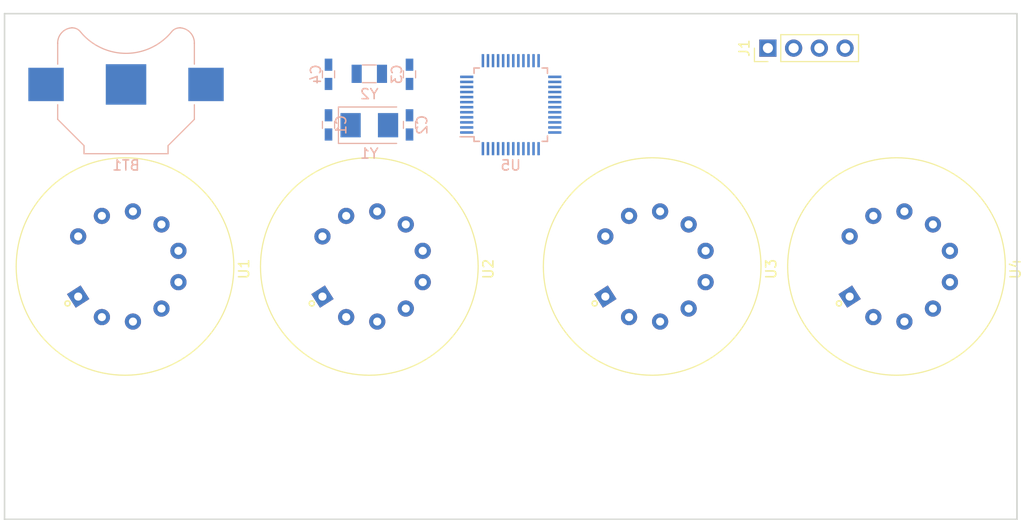
<source format=kicad_pcb>
(kicad_pcb (version 20170922) (host pcbnew "(2017-11-09 revision 87d06e526)-makepkg")

  (general
    (thickness 1.6)
    (drawings 4)
    (tracks 0)
    (zones 0)
    (modules 13)
    (nets 40)
  )

  (page A4)
  (layers
    (0 F.Cu signal)
    (31 B.Cu signal)
    (32 B.Adhes user)
    (33 F.Adhes user)
    (34 B.Paste user)
    (35 F.Paste user)
    (36 B.SilkS user)
    (37 F.SilkS user)
    (38 B.Mask user)
    (39 F.Mask user)
    (40 Dwgs.User user)
    (41 Cmts.User user)
    (42 Eco1.User user)
    (43 Eco2.User user)
    (44 Edge.Cuts user)
    (45 Margin user)
    (46 B.CrtYd user)
    (47 F.CrtYd user)
    (48 B.Fab user)
    (49 F.Fab user)
  )

  (setup
    (last_trace_width 0.152)
    (trace_clearance 0.152)
    (zone_clearance 0.254)
    (zone_45_only no)
    (trace_min 0.152)
    (segment_width 0.2)
    (edge_width 0.15)
    (via_size 0.6)
    (via_drill 0.3)
    (via_min_size 0.3)
    (via_min_drill 0.3)
    (uvia_size 0.3)
    (uvia_drill 0.1)
    (uvias_allowed no)
    (uvia_min_size 0.2)
    (uvia_min_drill 0.1)
    (pcb_text_width 0.3)
    (pcb_text_size 1.5 1.5)
    (mod_edge_width 0.15)
    (mod_text_size 1 1)
    (mod_text_width 0.15)
    (pad_size 1.524 1.524)
    (pad_drill 0.762)
    (pad_to_mask_clearance 0.2)
    (aux_axis_origin 0 0)
    (grid_origin 5 5)
    (visible_elements 7FFFFFFF)
    (pcbplotparams
      (layerselection 0x010fc_ffffffff)
      (usegerberextensions false)
      (usegerberattributes true)
      (usegerberadvancedattributes true)
      (creategerberjobfile true)
      (excludeedgelayer true)
      (linewidth 0.100000)
      (plotframeref false)
      (viasonmask false)
      (mode 1)
      (useauxorigin false)
      (hpglpennumber 1)
      (hpglpenspeed 20)
      (hpglpendiameter 15)
      (psnegative false)
      (psa4output false)
      (plotreference true)
      (plotvalue true)
      (plotinvisibletext false)
      (padsonsilk false)
      (subtractmaskfromsilk false)
      (outputformat 1)
      (mirror false)
      (drillshape 1)
      (scaleselection 1)
      (outputdirectory ""))
  )

  (net 0 "")
  (net 1 "Net-(U1-Pad1)")
  (net 2 GND)
  (net 3 +1V5)
  (net 4 "Net-(U1-Pad5)")
  (net 5 "Net-(U1-Pad6)")
  (net 6 "Net-(U1-Pad7)")
  (net 7 "Net-(U1-Pad8)")
  (net 8 "Net-(U1-Pad9)")
  (net 9 "Net-(U1-Pad10)")
  (net 10 "Net-(U2-Pad10)")
  (net 11 "Net-(U2-Pad9)")
  (net 12 "Net-(U2-Pad8)")
  (net 13 "Net-(U2-Pad7)")
  (net 14 "Net-(U2-Pad6)")
  (net 15 "Net-(U2-Pad5)")
  (net 16 "Net-(U2-Pad1)")
  (net 17 "Net-(U3-Pad1)")
  (net 18 "Net-(U3-Pad5)")
  (net 19 "Net-(U3-Pad6)")
  (net 20 "Net-(U3-Pad7)")
  (net 21 "Net-(U3-Pad8)")
  (net 22 "Net-(U3-Pad9)")
  (net 23 "Net-(U3-Pad10)")
  (net 24 "Net-(U4-Pad10)")
  (net 25 "Net-(U4-Pad9)")
  (net 26 "Net-(U4-Pad8)")
  (net 27 "Net-(U4-Pad7)")
  (net 28 "Net-(U4-Pad6)")
  (net 29 "Net-(U4-Pad5)")
  (net 30 "Net-(U4-Pad1)")
  (net 31 "Net-(C1-Pad1)")
  (net 32 "Net-(C2-Pad1)")
  (net 33 "Net-(C3-Pad1)")
  (net 34 "Net-(C4-Pad1)")
  (net 35 "Net-(J1-Pad3)")
  (net 36 "Net-(J1-Pad2)")
  (net 37 +3V3)
  (net 38 +24V)
  (net 39 VBAT)

  (net_class Default "This is the default net class."
    (clearance 0.152)
    (trace_width 0.152)
    (via_dia 0.6)
    (via_drill 0.3)
    (uvia_dia 0.3)
    (uvia_drill 0.1)
    (add_net +1V5)
    (add_net +24V)
    (add_net +3V3)
    (add_net GND)
    (add_net "Net-(C1-Pad1)")
    (add_net "Net-(C2-Pad1)")
    (add_net "Net-(C3-Pad1)")
    (add_net "Net-(C4-Pad1)")
    (add_net "Net-(J1-Pad2)")
    (add_net "Net-(J1-Pad3)")
    (add_net "Net-(U1-Pad1)")
    (add_net "Net-(U1-Pad10)")
    (add_net "Net-(U1-Pad5)")
    (add_net "Net-(U1-Pad6)")
    (add_net "Net-(U1-Pad7)")
    (add_net "Net-(U1-Pad8)")
    (add_net "Net-(U1-Pad9)")
    (add_net "Net-(U2-Pad1)")
    (add_net "Net-(U2-Pad10)")
    (add_net "Net-(U2-Pad5)")
    (add_net "Net-(U2-Pad6)")
    (add_net "Net-(U2-Pad7)")
    (add_net "Net-(U2-Pad8)")
    (add_net "Net-(U2-Pad9)")
    (add_net "Net-(U3-Pad1)")
    (add_net "Net-(U3-Pad10)")
    (add_net "Net-(U3-Pad5)")
    (add_net "Net-(U3-Pad6)")
    (add_net "Net-(U3-Pad7)")
    (add_net "Net-(U3-Pad8)")
    (add_net "Net-(U3-Pad9)")
    (add_net "Net-(U4-Pad1)")
    (add_net "Net-(U4-Pad10)")
    (add_net "Net-(U4-Pad5)")
    (add_net "Net-(U4-Pad6)")
    (add_net "Net-(U4-Pad7)")
    (add_net "Net-(U4-Pad8)")
    (add_net "Net-(U4-Pad9)")
    (add_net VBAT)
  )

  (module tubes:iv12 (layer F.Cu) (tedit 5A8F69BC) (tstamp 5A930841)
    (at 88.9 127 90)
    (path /5A91DFFF)
    (fp_text reference U1 (at -0.25 11.75 90) (layer F.SilkS)
      (effects (font (size 1 1) (thickness 0.15)))
    )
    (fp_text value iv12 (at 0 -11.5 90) (layer F.Fab)
      (effects (font (size 1 1) (thickness 0.15)))
    )
    (fp_circle (center 0 0) (end 10.75 0) (layer F.SilkS) (width 0.12))
    (fp_circle (center -3.649326 -5.678461) (end -3.514165 -5.468148) (layer F.SilkS) (width 0.15))
    (fp_circle (center 0 0) (end 11 0) (layer B.CrtYd) (width 0.05))
    (pad 1 thru_hole rect (at -2.973524 -4.626894 122.7) (size 1.6 1.6) (drill 0.8) (layers *.Cu *.Mask)
      (net 1 "Net-(U1-Pad1)"))
    (pad 2 thru_hole circle (at -5.002975 -2.284782 155.4) (size 1.6 1.6) (drill 0.8) (layers *.Cu *.Mask)
      (net 2 GND))
    (pad 3 thru_hole circle (at -5.444017 0.782731 188.2) (size 1.6 1.6) (drill 0.8) (layers *.Cu *.Mask)
      (net 3 +1V5))
    (pad 4 thru_hole circle (at -4.156622 3.601733 220.9) (size 1.6 1.6) (drill 0.8) (layers *.Cu *.Mask)
      (net 38 +24V))
    (pad 5 thru_hole circle (at -1.549529 5.277211 253.6) (size 1.6 1.6) (drill 0.8) (layers *.Cu *.Mask)
      (net 4 "Net-(U1-Pad5)"))
    (pad 6 thru_hole circle (at 1.549529 5.277211 286.3) (size 1.6 1.6) (drill 0.8) (layers *.Cu *.Mask)
      (net 5 "Net-(U1-Pad6)"))
    (pad 7 thru_hole circle (at 4.156622 3.601734 319.1) (size 1.6 1.6) (drill 0.8) (layers *.Cu *.Mask)
      (net 6 "Net-(U1-Pad7)"))
    (pad 8 thru_hole circle (at 5.444017 0.782732 351.8) (size 1.6 1.6) (drill 0.8) (layers *.Cu *.Mask)
      (net 7 "Net-(U1-Pad8)"))
    (pad 9 thru_hole circle (at 5.002975 -2.284782 24.5) (size 1.6 1.6) (drill 0.8) (layers *.Cu *.Mask)
      (net 8 "Net-(U1-Pad9)"))
    (pad 10 thru_hole circle (at 2.973524 -4.626894 57.2) (size 1.6 1.6) (drill 0.8) (layers *.Cu *.Mask)
      (net 9 "Net-(U1-Pad10)"))
  )

  (module tubes:iv12 (layer F.Cu) (tedit 5A8F69BC) (tstamp 5A930852)
    (at 113.03 127 90)
    (path /5A91E02B)
    (fp_text reference U2 (at -0.25 11.75 90) (layer F.SilkS)
      (effects (font (size 1 1) (thickness 0.15)))
    )
    (fp_text value iv12 (at 0 -11.5 90) (layer F.Fab)
      (effects (font (size 1 1) (thickness 0.15)))
    )
    (fp_circle (center 0 0) (end 11 0) (layer B.CrtYd) (width 0.05))
    (fp_circle (center -3.649326 -5.678461) (end -3.514165 -5.468148) (layer F.SilkS) (width 0.15))
    (fp_circle (center 0 0) (end 10.75 0) (layer F.SilkS) (width 0.12))
    (pad 10 thru_hole circle (at 2.973524 -4.626894 57.2) (size 1.6 1.6) (drill 0.8) (layers *.Cu *.Mask)
      (net 10 "Net-(U2-Pad10)"))
    (pad 9 thru_hole circle (at 5.002975 -2.284782 24.5) (size 1.6 1.6) (drill 0.8) (layers *.Cu *.Mask)
      (net 11 "Net-(U2-Pad9)"))
    (pad 8 thru_hole circle (at 5.444017 0.782732 351.8) (size 1.6 1.6) (drill 0.8) (layers *.Cu *.Mask)
      (net 12 "Net-(U2-Pad8)"))
    (pad 7 thru_hole circle (at 4.156622 3.601734 319.1) (size 1.6 1.6) (drill 0.8) (layers *.Cu *.Mask)
      (net 13 "Net-(U2-Pad7)"))
    (pad 6 thru_hole circle (at 1.549529 5.277211 286.3) (size 1.6 1.6) (drill 0.8) (layers *.Cu *.Mask)
      (net 14 "Net-(U2-Pad6)"))
    (pad 5 thru_hole circle (at -1.549529 5.277211 253.6) (size 1.6 1.6) (drill 0.8) (layers *.Cu *.Mask)
      (net 15 "Net-(U2-Pad5)"))
    (pad 4 thru_hole circle (at -4.156622 3.601733 220.9) (size 1.6 1.6) (drill 0.8) (layers *.Cu *.Mask)
      (net 38 +24V))
    (pad 3 thru_hole circle (at -5.444017 0.782731 188.2) (size 1.6 1.6) (drill 0.8) (layers *.Cu *.Mask)
      (net 3 +1V5))
    (pad 2 thru_hole circle (at -5.002975 -2.284782 155.4) (size 1.6 1.6) (drill 0.8) (layers *.Cu *.Mask)
      (net 2 GND))
    (pad 1 thru_hole rect (at -2.973524 -4.626894 122.7) (size 1.6 1.6) (drill 0.8) (layers *.Cu *.Mask)
      (net 16 "Net-(U2-Pad1)"))
  )

  (module tubes:iv12 (layer F.Cu) (tedit 5A8F69BC) (tstamp 5A930863)
    (at 140.97 127 90)
    (path /5A91E085)
    (fp_text reference U3 (at -0.25 11.75 90) (layer F.SilkS)
      (effects (font (size 1 1) (thickness 0.15)))
    )
    (fp_text value iv12 (at 0 -11.5 90) (layer F.Fab)
      (effects (font (size 1 1) (thickness 0.15)))
    )
    (fp_circle (center 0 0) (end 10.75 0) (layer F.SilkS) (width 0.12))
    (fp_circle (center -3.649326 -5.678461) (end -3.514165 -5.468148) (layer F.SilkS) (width 0.15))
    (fp_circle (center 0 0) (end 11 0) (layer B.CrtYd) (width 0.05))
    (pad 1 thru_hole rect (at -2.973524 -4.626894 122.7) (size 1.6 1.6) (drill 0.8) (layers *.Cu *.Mask)
      (net 17 "Net-(U3-Pad1)"))
    (pad 2 thru_hole circle (at -5.002975 -2.284782 155.4) (size 1.6 1.6) (drill 0.8) (layers *.Cu *.Mask)
      (net 2 GND))
    (pad 3 thru_hole circle (at -5.444017 0.782731 188.2) (size 1.6 1.6) (drill 0.8) (layers *.Cu *.Mask)
      (net 3 +1V5))
    (pad 4 thru_hole circle (at -4.156622 3.601733 220.9) (size 1.6 1.6) (drill 0.8) (layers *.Cu *.Mask)
      (net 38 +24V))
    (pad 5 thru_hole circle (at -1.549529 5.277211 253.6) (size 1.6 1.6) (drill 0.8) (layers *.Cu *.Mask)
      (net 18 "Net-(U3-Pad5)"))
    (pad 6 thru_hole circle (at 1.549529 5.277211 286.3) (size 1.6 1.6) (drill 0.8) (layers *.Cu *.Mask)
      (net 19 "Net-(U3-Pad6)"))
    (pad 7 thru_hole circle (at 4.156622 3.601734 319.1) (size 1.6 1.6) (drill 0.8) (layers *.Cu *.Mask)
      (net 20 "Net-(U3-Pad7)"))
    (pad 8 thru_hole circle (at 5.444017 0.782732 351.8) (size 1.6 1.6) (drill 0.8) (layers *.Cu *.Mask)
      (net 21 "Net-(U3-Pad8)"))
    (pad 9 thru_hole circle (at 5.002975 -2.284782 24.5) (size 1.6 1.6) (drill 0.8) (layers *.Cu *.Mask)
      (net 22 "Net-(U3-Pad9)"))
    (pad 10 thru_hole circle (at 2.973524 -4.626894 57.2) (size 1.6 1.6) (drill 0.8) (layers *.Cu *.Mask)
      (net 23 "Net-(U3-Pad10)"))
  )

  (module tubes:iv12 (layer F.Cu) (tedit 5A8F69BC) (tstamp 5A930874)
    (at 165.1 127 90)
    (path /5A91E101)
    (fp_text reference U4 (at -0.25 11.75 90) (layer F.SilkS)
      (effects (font (size 1 1) (thickness 0.15)))
    )
    (fp_text value iv12 (at 0 -11.5 90) (layer F.Fab)
      (effects (font (size 1 1) (thickness 0.15)))
    )
    (fp_circle (center 0 0) (end 11 0) (layer B.CrtYd) (width 0.05))
    (fp_circle (center -3.649326 -5.678461) (end -3.514165 -5.468148) (layer F.SilkS) (width 0.15))
    (fp_circle (center 0 0) (end 10.75 0) (layer F.SilkS) (width 0.12))
    (pad 10 thru_hole circle (at 2.973524 -4.626894 57.2) (size 1.6 1.6) (drill 0.8) (layers *.Cu *.Mask)
      (net 24 "Net-(U4-Pad10)"))
    (pad 9 thru_hole circle (at 5.002975 -2.284782 24.5) (size 1.6 1.6) (drill 0.8) (layers *.Cu *.Mask)
      (net 25 "Net-(U4-Pad9)"))
    (pad 8 thru_hole circle (at 5.444017 0.782732 351.8) (size 1.6 1.6) (drill 0.8) (layers *.Cu *.Mask)
      (net 26 "Net-(U4-Pad8)"))
    (pad 7 thru_hole circle (at 4.156622 3.601734 319.1) (size 1.6 1.6) (drill 0.8) (layers *.Cu *.Mask)
      (net 27 "Net-(U4-Pad7)"))
    (pad 6 thru_hole circle (at 1.549529 5.277211 286.3) (size 1.6 1.6) (drill 0.8) (layers *.Cu *.Mask)
      (net 28 "Net-(U4-Pad6)"))
    (pad 5 thru_hole circle (at -1.549529 5.277211 253.6) (size 1.6 1.6) (drill 0.8) (layers *.Cu *.Mask)
      (net 29 "Net-(U4-Pad5)"))
    (pad 4 thru_hole circle (at -4.156622 3.601733 220.9) (size 1.6 1.6) (drill 0.8) (layers *.Cu *.Mask)
      (net 38 +24V))
    (pad 3 thru_hole circle (at -5.444017 0.782731 188.2) (size 1.6 1.6) (drill 0.8) (layers *.Cu *.Mask)
      (net 3 +1V5))
    (pad 2 thru_hole circle (at -5.002975 -2.284782 155.4) (size 1.6 1.6) (drill 0.8) (layers *.Cu *.Mask)
      (net 2 GND))
    (pad 1 thru_hole rect (at -2.973524 -4.626894 122.7) (size 1.6 1.6) (drill 0.8) (layers *.Cu *.Mask)
      (net 30 "Net-(U4-Pad1)"))
  )

  (module Capacitors_SMD:C_0603_HandSoldering (layer B.Cu) (tedit 58AA848B) (tstamp 5A9383F7)
    (at 109 113 90)
    (descr "Capacitor SMD 0603, hand soldering")
    (tags "capacitor 0603")
    (path /5A92041E)
    (attr smd)
    (fp_text reference C1 (at 0 1.25 90) (layer B.SilkS)
      (effects (font (size 1 1) (thickness 0.15)) (justify mirror))
    )
    (fp_text value 20p (at 0 -1.5 90) (layer B.Fab)
      (effects (font (size 1 1) (thickness 0.15)) (justify mirror))
    )
    (fp_text user %R (at 0 1.25 90) (layer B.Fab)
      (effects (font (size 1 1) (thickness 0.15)) (justify mirror))
    )
    (fp_line (start -0.8 -0.4) (end -0.8 0.4) (layer B.Fab) (width 0.1))
    (fp_line (start 0.8 -0.4) (end -0.8 -0.4) (layer B.Fab) (width 0.1))
    (fp_line (start 0.8 0.4) (end 0.8 -0.4) (layer B.Fab) (width 0.1))
    (fp_line (start -0.8 0.4) (end 0.8 0.4) (layer B.Fab) (width 0.1))
    (fp_line (start -0.35 0.6) (end 0.35 0.6) (layer B.SilkS) (width 0.12))
    (fp_line (start 0.35 -0.6) (end -0.35 -0.6) (layer B.SilkS) (width 0.12))
    (fp_line (start -1.8 0.65) (end 1.8 0.65) (layer B.CrtYd) (width 0.05))
    (fp_line (start -1.8 0.65) (end -1.8 -0.65) (layer B.CrtYd) (width 0.05))
    (fp_line (start 1.8 -0.65) (end 1.8 0.65) (layer B.CrtYd) (width 0.05))
    (fp_line (start 1.8 -0.65) (end -1.8 -0.65) (layer B.CrtYd) (width 0.05))
    (pad 1 smd rect (at -0.95 0 90) (size 1.2 0.75) (layers B.Cu B.Paste B.Mask)
      (net 31 "Net-(C1-Pad1)"))
    (pad 2 smd rect (at 0.95 0 90) (size 1.2 0.75) (layers B.Cu B.Paste B.Mask)
      (net 2 GND))
    (model Capacitors_SMD.3dshapes/C_0603.wrl
      (at (xyz 0 0 0))
      (scale (xyz 1 1 1))
      (rotate (xyz 0 0 0))
    )
  )

  (module Capacitors_SMD:C_0603_HandSoldering (layer B.Cu) (tedit 58AA848B) (tstamp 5A938408)
    (at 117 113 90)
    (descr "Capacitor SMD 0603, hand soldering")
    (tags "capacitor 0603")
    (path /5A920032)
    (attr smd)
    (fp_text reference C2 (at 0 1.25 90) (layer B.SilkS)
      (effects (font (size 1 1) (thickness 0.15)) (justify mirror))
    )
    (fp_text value 20p (at 0 -1.5 90) (layer B.Fab)
      (effects (font (size 1 1) (thickness 0.15)) (justify mirror))
    )
    (fp_line (start 1.8 -0.65) (end -1.8 -0.65) (layer B.CrtYd) (width 0.05))
    (fp_line (start 1.8 -0.65) (end 1.8 0.65) (layer B.CrtYd) (width 0.05))
    (fp_line (start -1.8 0.65) (end -1.8 -0.65) (layer B.CrtYd) (width 0.05))
    (fp_line (start -1.8 0.65) (end 1.8 0.65) (layer B.CrtYd) (width 0.05))
    (fp_line (start 0.35 -0.6) (end -0.35 -0.6) (layer B.SilkS) (width 0.12))
    (fp_line (start -0.35 0.6) (end 0.35 0.6) (layer B.SilkS) (width 0.12))
    (fp_line (start -0.8 0.4) (end 0.8 0.4) (layer B.Fab) (width 0.1))
    (fp_line (start 0.8 0.4) (end 0.8 -0.4) (layer B.Fab) (width 0.1))
    (fp_line (start 0.8 -0.4) (end -0.8 -0.4) (layer B.Fab) (width 0.1))
    (fp_line (start -0.8 -0.4) (end -0.8 0.4) (layer B.Fab) (width 0.1))
    (fp_text user %R (at 0 1.25 90) (layer B.Fab)
      (effects (font (size 1 1) (thickness 0.15)) (justify mirror))
    )
    (pad 2 smd rect (at 0.95 0 90) (size 1.2 0.75) (layers B.Cu B.Paste B.Mask)
      (net 2 GND))
    (pad 1 smd rect (at -0.95 0 90) (size 1.2 0.75) (layers B.Cu B.Paste B.Mask)
      (net 32 "Net-(C2-Pad1)"))
    (model Capacitors_SMD.3dshapes/C_0603.wrl
      (at (xyz 0 0 0))
      (scale (xyz 1 1 1))
      (rotate (xyz 0 0 0))
    )
  )

  (module Capacitors_SMD:C_0603_HandSoldering (layer B.Cu) (tedit 58AA848B) (tstamp 5A938419)
    (at 117 108 270)
    (descr "Capacitor SMD 0603, hand soldering")
    (tags "capacitor 0603")
    (path /5A91F7CD)
    (attr smd)
    (fp_text reference C3 (at 0 1.25 270) (layer B.SilkS)
      (effects (font (size 1 1) (thickness 0.15)) (justify mirror))
    )
    (fp_text value 20p (at 0 -1.5 270) (layer B.Fab)
      (effects (font (size 1 1) (thickness 0.15)) (justify mirror))
    )
    (fp_line (start 1.8 -0.65) (end -1.8 -0.65) (layer B.CrtYd) (width 0.05))
    (fp_line (start 1.8 -0.65) (end 1.8 0.65) (layer B.CrtYd) (width 0.05))
    (fp_line (start -1.8 0.65) (end -1.8 -0.65) (layer B.CrtYd) (width 0.05))
    (fp_line (start -1.8 0.65) (end 1.8 0.65) (layer B.CrtYd) (width 0.05))
    (fp_line (start 0.35 -0.6) (end -0.35 -0.6) (layer B.SilkS) (width 0.12))
    (fp_line (start -0.35 0.6) (end 0.35 0.6) (layer B.SilkS) (width 0.12))
    (fp_line (start -0.8 0.4) (end 0.8 0.4) (layer B.Fab) (width 0.1))
    (fp_line (start 0.8 0.4) (end 0.8 -0.4) (layer B.Fab) (width 0.1))
    (fp_line (start 0.8 -0.4) (end -0.8 -0.4) (layer B.Fab) (width 0.1))
    (fp_line (start -0.8 -0.4) (end -0.8 0.4) (layer B.Fab) (width 0.1))
    (fp_text user %R (at 0 1.25 270) (layer B.Fab)
      (effects (font (size 1 1) (thickness 0.15)) (justify mirror))
    )
    (pad 2 smd rect (at 0.95 0 270) (size 1.2 0.75) (layers B.Cu B.Paste B.Mask)
      (net 2 GND))
    (pad 1 smd rect (at -0.95 0 270) (size 1.2 0.75) (layers B.Cu B.Paste B.Mask)
      (net 33 "Net-(C3-Pad1)"))
    (model Capacitors_SMD.3dshapes/C_0603.wrl
      (at (xyz 0 0 0))
      (scale (xyz 1 1 1))
      (rotate (xyz 0 0 0))
    )
  )

  (module Capacitors_SMD:C_0603_HandSoldering (layer B.Cu) (tedit 58AA848B) (tstamp 5A93842A)
    (at 109 108 270)
    (descr "Capacitor SMD 0603, hand soldering")
    (tags "capacitor 0603")
    (path /5A91F813)
    (attr smd)
    (fp_text reference C4 (at 0 1.25 270) (layer B.SilkS)
      (effects (font (size 1 1) (thickness 0.15)) (justify mirror))
    )
    (fp_text value 20p (at 0 -1.5 270) (layer B.Fab)
      (effects (font (size 1 1) (thickness 0.15)) (justify mirror))
    )
    (fp_text user %R (at 0 1.25 270) (layer B.Fab)
      (effects (font (size 1 1) (thickness 0.15)) (justify mirror))
    )
    (fp_line (start -0.8 -0.4) (end -0.8 0.4) (layer B.Fab) (width 0.1))
    (fp_line (start 0.8 -0.4) (end -0.8 -0.4) (layer B.Fab) (width 0.1))
    (fp_line (start 0.8 0.4) (end 0.8 -0.4) (layer B.Fab) (width 0.1))
    (fp_line (start -0.8 0.4) (end 0.8 0.4) (layer B.Fab) (width 0.1))
    (fp_line (start -0.35 0.6) (end 0.35 0.6) (layer B.SilkS) (width 0.12))
    (fp_line (start 0.35 -0.6) (end -0.35 -0.6) (layer B.SilkS) (width 0.12))
    (fp_line (start -1.8 0.65) (end 1.8 0.65) (layer B.CrtYd) (width 0.05))
    (fp_line (start -1.8 0.65) (end -1.8 -0.65) (layer B.CrtYd) (width 0.05))
    (fp_line (start 1.8 -0.65) (end 1.8 0.65) (layer B.CrtYd) (width 0.05))
    (fp_line (start 1.8 -0.65) (end -1.8 -0.65) (layer B.CrtYd) (width 0.05))
    (pad 1 smd rect (at -0.95 0 270) (size 1.2 0.75) (layers B.Cu B.Paste B.Mask)
      (net 34 "Net-(C4-Pad1)"))
    (pad 2 smd rect (at 0.95 0 270) (size 1.2 0.75) (layers B.Cu B.Paste B.Mask)
      (net 2 GND))
    (model Capacitors_SMD.3dshapes/C_0603.wrl
      (at (xyz 0 0 0))
      (scale (xyz 1 1 1))
      (rotate (xyz 0 0 0))
    )
  )

  (module Pin_Headers:Pin_Header_Straight_1x04_Pitch2.54mm (layer F.Cu) (tedit 59650532) (tstamp 5A938442)
    (at 152.4 105.41 90)
    (descr "Through hole straight pin header, 1x04, 2.54mm pitch, single row")
    (tags "Through hole pin header THT 1x04 2.54mm single row")
    (path /5A920C48)
    (fp_text reference J1 (at 0 -2.33 90) (layer F.SilkS)
      (effects (font (size 1 1) (thickness 0.15)))
    )
    (fp_text value SWD (at 0 9.95 90) (layer F.Fab)
      (effects (font (size 1 1) (thickness 0.15)))
    )
    (fp_text user %R (at 0 3.81 180) (layer F.Fab)
      (effects (font (size 1 1) (thickness 0.15)))
    )
    (fp_line (start 1.8 -1.8) (end -1.8 -1.8) (layer F.CrtYd) (width 0.05))
    (fp_line (start 1.8 9.4) (end 1.8 -1.8) (layer F.CrtYd) (width 0.05))
    (fp_line (start -1.8 9.4) (end 1.8 9.4) (layer F.CrtYd) (width 0.05))
    (fp_line (start -1.8 -1.8) (end -1.8 9.4) (layer F.CrtYd) (width 0.05))
    (fp_line (start -1.33 -1.33) (end 0 -1.33) (layer F.SilkS) (width 0.12))
    (fp_line (start -1.33 0) (end -1.33 -1.33) (layer F.SilkS) (width 0.12))
    (fp_line (start -1.33 1.27) (end 1.33 1.27) (layer F.SilkS) (width 0.12))
    (fp_line (start 1.33 1.27) (end 1.33 8.95) (layer F.SilkS) (width 0.12))
    (fp_line (start -1.33 1.27) (end -1.33 8.95) (layer F.SilkS) (width 0.12))
    (fp_line (start -1.33 8.95) (end 1.33 8.95) (layer F.SilkS) (width 0.12))
    (fp_line (start -1.27 -0.635) (end -0.635 -1.27) (layer F.Fab) (width 0.1))
    (fp_line (start -1.27 8.89) (end -1.27 -0.635) (layer F.Fab) (width 0.1))
    (fp_line (start 1.27 8.89) (end -1.27 8.89) (layer F.Fab) (width 0.1))
    (fp_line (start 1.27 -1.27) (end 1.27 8.89) (layer F.Fab) (width 0.1))
    (fp_line (start -0.635 -1.27) (end 1.27 -1.27) (layer F.Fab) (width 0.1))
    (pad 4 thru_hole oval (at 0 7.62 90) (size 1.7 1.7) (drill 1) (layers *.Cu *.Mask)
      (net 2 GND))
    (pad 3 thru_hole oval (at 0 5.08 90) (size 1.7 1.7) (drill 1) (layers *.Cu *.Mask)
      (net 35 "Net-(J1-Pad3)"))
    (pad 2 thru_hole oval (at 0 2.54 90) (size 1.7 1.7) (drill 1) (layers *.Cu *.Mask)
      (net 36 "Net-(J1-Pad2)"))
    (pad 1 thru_hole rect (at 0 0 90) (size 1.7 1.7) (drill 1) (layers *.Cu *.Mask)
      (net 37 +3V3))
    (model ${KISYS3DMOD}/Pin_Headers.3dshapes/Pin_Header_Straight_1x04_Pitch2.54mm.wrl
      (at (xyz 0 0 0))
      (scale (xyz 1 1 1))
      (rotate (xyz 0 0 0))
    )
  )

  (module Housings_QFP:LQFP-48_7x7mm_Pitch0.5mm (layer B.Cu) (tedit 5A9209A9) (tstamp 5A938489)
    (at 127 111)
    (descr "48 LEAD LQFP 7x7mm (see MICREL LQFP7x7-48LD-PL-1.pdf)")
    (tags "QFP 0.5")
    (path /5A91EBC2)
    (attr smd)
    (fp_text reference U5 (at 0 6) (layer B.SilkS)
      (effects (font (size 1 1) (thickness 0.15)) (justify mirror))
    )
    (fp_text value STM32F103C8Tx (at 0 -6) (layer B.Fab)
      (effects (font (size 1 1) (thickness 0.15)) (justify mirror))
    )
    (fp_line (start -3.625 3.175) (end -5 3.175) (layer B.SilkS) (width 0.15))
    (fp_line (start 3.625 3.625) (end 3.1 3.625) (layer B.SilkS) (width 0.15))
    (fp_line (start 3.625 -3.625) (end 3.1 -3.625) (layer B.SilkS) (width 0.15))
    (fp_line (start -3.625 -3.625) (end -3.1 -3.625) (layer B.SilkS) (width 0.15))
    (fp_line (start -3.625 3.625) (end -3.1 3.625) (layer B.SilkS) (width 0.15))
    (fp_line (start -3.625 -3.625) (end -3.625 -3.1) (layer B.SilkS) (width 0.15))
    (fp_line (start 3.625 -3.625) (end 3.625 -3.1) (layer B.SilkS) (width 0.15))
    (fp_line (start 3.625 3.625) (end 3.625 3.1) (layer B.SilkS) (width 0.15))
    (fp_line (start -3.625 3.625) (end -3.625 3.175) (layer B.SilkS) (width 0.15))
    (fp_line (start -5.25 -5.25) (end 5.25 -5.25) (layer B.CrtYd) (width 0.05))
    (fp_line (start -5.25 5.25) (end 5.25 5.25) (layer B.CrtYd) (width 0.05))
    (fp_line (start 5.25 5.25) (end 5.25 -5.25) (layer B.CrtYd) (width 0.05))
    (fp_line (start -5.25 5.25) (end -5.25 -5.25) (layer B.CrtYd) (width 0.05))
    (fp_line (start -3.5 2.5) (end -2.5 3.5) (layer B.Fab) (width 0.15))
    (fp_line (start -3.5 -3.5) (end -3.5 2.5) (layer B.Fab) (width 0.15))
    (fp_line (start 3.5 -3.5) (end -3.5 -3.5) (layer B.Fab) (width 0.15))
    (fp_line (start 3.5 3.5) (end 3.5 -3.5) (layer B.Fab) (width 0.15))
    (fp_line (start -2.5 3.5) (end 3.5 3.5) (layer B.Fab) (width 0.15))
    (fp_text user %R (at 0 0) (layer B.Fab)
      (effects (font (size 1 1) (thickness 0.15)) (justify mirror))
    )
    (pad 48 smd rect (at -2.75 4.35 270) (size 1.3 0.25) (layers B.Cu B.Paste B.Mask)
      (net 37 +3V3))
    (pad 47 smd rect (at -2.25 4.35 270) (size 1.3 0.25) (layers B.Cu B.Paste B.Mask)
      (net 2 GND))
    (pad 46 smd rect (at -1.75 4.35 270) (size 1.3 0.25) (layers B.Cu B.Paste B.Mask))
    (pad 45 smd rect (at -1.25 4.35 270) (size 1.3 0.25) (layers B.Cu B.Paste B.Mask))
    (pad 44 smd rect (at -0.75 4.35 270) (size 1.3 0.25) (layers B.Cu B.Paste B.Mask))
    (pad 43 smd rect (at -0.25 4.35 270) (size 1.3 0.25) (layers B.Cu B.Paste B.Mask))
    (pad 42 smd rect (at 0.25 4.35 270) (size 1.3 0.25) (layers B.Cu B.Paste B.Mask))
    (pad 41 smd rect (at 0.75 4.35 270) (size 1.3 0.25) (layers B.Cu B.Paste B.Mask))
    (pad 40 smd rect (at 1.25 4.35 270) (size 1.3 0.25) (layers B.Cu B.Paste B.Mask))
    (pad 39 smd rect (at 1.75 4.35 270) (size 1.3 0.25) (layers B.Cu B.Paste B.Mask))
    (pad 38 smd rect (at 2.25 4.35 270) (size 1.3 0.25) (layers B.Cu B.Paste B.Mask))
    (pad 37 smd rect (at 2.75 4.35 270) (size 1.3 0.25) (layers B.Cu B.Paste B.Mask)
      (net 35 "Net-(J1-Pad3)"))
    (pad 36 smd rect (at 4.35 2.75) (size 1.3 0.25) (layers B.Cu B.Paste B.Mask)
      (net 37 +3V3))
    (pad 35 smd rect (at 4.35 2.25) (size 1.3 0.25) (layers B.Cu B.Paste B.Mask)
      (net 2 GND))
    (pad 34 smd rect (at 4.35 1.75) (size 1.3 0.25) (layers B.Cu B.Paste B.Mask)
      (net 36 "Net-(J1-Pad2)"))
    (pad 33 smd rect (at 4.35 1.25) (size 1.3 0.25) (layers B.Cu B.Paste B.Mask))
    (pad 32 smd rect (at 4.35 0.75) (size 1.3 0.25) (layers B.Cu B.Paste B.Mask))
    (pad 31 smd rect (at 4.35 0.25) (size 1.3 0.25) (layers B.Cu B.Paste B.Mask))
    (pad 30 smd rect (at 4.35 -0.25) (size 1.3 0.25) (layers B.Cu B.Paste B.Mask))
    (pad 29 smd rect (at 4.35 -0.75) (size 1.3 0.25) (layers B.Cu B.Paste B.Mask))
    (pad 28 smd rect (at 4.35 -1.25) (size 1.3 0.25) (layers B.Cu B.Paste B.Mask))
    (pad 27 smd rect (at 4.35 -1.75) (size 1.3 0.25) (layers B.Cu B.Paste B.Mask))
    (pad 26 smd rect (at 4.35 -2.25) (size 1.3 0.25) (layers B.Cu B.Paste B.Mask))
    (pad 25 smd rect (at 4.35 -2.75) (size 1.3 0.25) (layers B.Cu B.Paste B.Mask))
    (pad 24 smd rect (at 2.75 -4.35 270) (size 1.3 0.25) (layers B.Cu B.Paste B.Mask)
      (net 37 +3V3))
    (pad 23 smd rect (at 2.25 -4.35 270) (size 1.3 0.25) (layers B.Cu B.Paste B.Mask)
      (net 2 GND))
    (pad 22 smd rect (at 1.75 -4.35 270) (size 1.3 0.25) (layers B.Cu B.Paste B.Mask))
    (pad 21 smd rect (at 1.25 -4.35 270) (size 1.3 0.25) (layers B.Cu B.Paste B.Mask))
    (pad 20 smd rect (at 0.75 -4.35 270) (size 1.3 0.25) (layers B.Cu B.Paste B.Mask))
    (pad 19 smd rect (at 0.25 -4.35 270) (size 1.3 0.25) (layers B.Cu B.Paste B.Mask))
    (pad 18 smd rect (at -0.25 -4.35 270) (size 1.3 0.25) (layers B.Cu B.Paste B.Mask))
    (pad 17 smd rect (at -0.75 -4.35 270) (size 1.3 0.25) (layers B.Cu B.Paste B.Mask))
    (pad 16 smd rect (at -1.25 -4.35 270) (size 1.3 0.25) (layers B.Cu B.Paste B.Mask))
    (pad 15 smd rect (at -1.75 -4.35 270) (size 1.3 0.25) (layers B.Cu B.Paste B.Mask))
    (pad 14 smd rect (at -2.25 -4.35 270) (size 1.3 0.25) (layers B.Cu B.Paste B.Mask))
    (pad 13 smd rect (at -2.75 -4.35 270) (size 1.3 0.25) (layers B.Cu B.Paste B.Mask))
    (pad 12 smd rect (at -4.35 -2.75) (size 1.3 0.25) (layers B.Cu B.Paste B.Mask))
    (pad 11 smd rect (at -4.35 -2.25) (size 1.3 0.25) (layers B.Cu B.Paste B.Mask))
    (pad 10 smd rect (at -4.35 -1.75) (size 1.3 0.25) (layers B.Cu B.Paste B.Mask))
    (pad 9 smd rect (at -4.35 -1.25) (size 1.3 0.25) (layers B.Cu B.Paste B.Mask)
      (net 37 +3V3))
    (pad 8 smd rect (at -4.35 -0.75) (size 1.3 0.25) (layers B.Cu B.Paste B.Mask)
      (net 2 GND))
    (pad 7 smd rect (at -4.35 -0.25) (size 1.3 0.25) (layers B.Cu B.Paste B.Mask))
    (pad 6 smd rect (at -4.35 0.25) (size 1.3 0.25) (layers B.Cu B.Paste B.Mask)
      (net 32 "Net-(C2-Pad1)"))
    (pad 5 smd rect (at -4.35 0.75) (size 1.3 0.25) (layers B.Cu B.Paste B.Mask)
      (net 31 "Net-(C1-Pad1)"))
    (pad 4 smd rect (at -4.35 1.25) (size 1.3 0.25) (layers B.Cu B.Paste B.Mask)
      (net 34 "Net-(C4-Pad1)"))
    (pad 3 smd rect (at -4.35 1.75) (size 1.3 0.25) (layers B.Cu B.Paste B.Mask)
      (net 33 "Net-(C3-Pad1)"))
    (pad 2 smd rect (at -4.35 2.25) (size 1.3 0.25) (layers B.Cu B.Paste B.Mask))
    (pad 1 smd rect (at -4.35 2.75) (size 1.3 0.25) (layers B.Cu B.Paste B.Mask)
      (net 39 VBAT))
    (model ${KISYS3DMOD}/Housings_QFP.3dshapes/LQFP-48_7x7mm_Pitch0.5mm.wrl
      (at (xyz 0 0 0))
      (scale (xyz 1 1 1))
      (rotate (xyz 0 0 0))
    )
  )

  (module Crystals:Crystal_SMD_3215-2pin_3.2x1.5mm (layer B.Cu) (tedit 58CD2E9C) (tstamp 5A9384B5)
    (at 113.03 107.95)
    (descr "SMD Crystal FC-135 https://support.epson.biz/td/api/doc_check.php?dl=brief_FC-135R_en.pdf")
    (tags "SMD SMT Crystal")
    (path /5A91F67E)
    (attr smd)
    (fp_text reference Y2 (at 0 2) (layer B.SilkS)
      (effects (font (size 1 1) (thickness 0.15)) (justify mirror))
    )
    (fp_text value 32.768khz (at 0 -2) (layer B.Fab)
      (effects (font (size 1 1) (thickness 0.15)) (justify mirror))
    )
    (fp_line (start 2 1.15) (end 2 -1.15) (layer B.CrtYd) (width 0.05))
    (fp_line (start -2 1.15) (end -2 -1.15) (layer B.CrtYd) (width 0.05))
    (fp_line (start -2 -1.15) (end 2 -1.15) (layer B.CrtYd) (width 0.05))
    (fp_line (start -1.6 -0.75) (end 1.6 -0.75) (layer B.Fab) (width 0.1))
    (fp_line (start -1.6 0.75) (end 1.6 0.75) (layer B.Fab) (width 0.1))
    (fp_line (start 1.6 0.75) (end 1.6 -0.75) (layer B.Fab) (width 0.1))
    (fp_line (start -0.675 0.875) (end 0.675 0.875) (layer B.SilkS) (width 0.12))
    (fp_line (start -0.675 -0.875) (end 0.675 -0.875) (layer B.SilkS) (width 0.12))
    (fp_line (start -1.6 0.75) (end -1.6 -0.75) (layer B.Fab) (width 0.1))
    (fp_line (start -2 1.15) (end 2 1.15) (layer B.CrtYd) (width 0.05))
    (fp_text user %R (at 0 2) (layer B.Fab)
      (effects (font (size 1 1) (thickness 0.15)) (justify mirror))
    )
    (pad 2 smd rect (at -1.25 0) (size 1 1.8) (layers B.Cu B.Paste B.Mask)
      (net 34 "Net-(C4-Pad1)"))
    (pad 1 smd rect (at 1.25 0) (size 1 1.8) (layers B.Cu B.Paste B.Mask)
      (net 33 "Net-(C3-Pad1)"))
    (model ${KISYS3DMOD}/Crystals.3dshapes/Crystal_SMD_3215-2pin_3.2x1.5mm.wrl
      (at (xyz 0 0 0))
      (scale (xyz 1 1 1))
      (rotate (xyz 0 0 0))
    )
  )

  (module Crystals:Crystal_SMD_5032-2pin_5.0x3.2mm (layer B.Cu) (tedit 58CD2E9C) (tstamp 5A9437F0)
    (at 113.03 113.03)
    (descr "SMD Crystal SERIES SMD2520/2 http://www.icbase.com/File/PDF/HKC/HKC00061008.pdf, 5.0x3.2mm^2 package")
    (tags "SMD SMT crystal")
    (path /5A91F9CB)
    (attr smd)
    (fp_text reference Y1 (at 0 2.8) (layer B.SilkS)
      (effects (font (size 1 1) (thickness 0.15)) (justify mirror))
    )
    (fp_text value 8Mhz (at 0 -2.8) (layer B.Fab)
      (effects (font (size 1 1) (thickness 0.15)) (justify mirror))
    )
    (fp_circle (center 0 0) (end 0.093333 0) (layer B.Adhes) (width 0.186667))
    (fp_circle (center 0 0) (end 0.213333 0) (layer B.Adhes) (width 0.133333))
    (fp_circle (center 0 0) (end 0.333333 0) (layer B.Adhes) (width 0.133333))
    (fp_circle (center 0 0) (end 0.4 0) (layer B.Adhes) (width 0.1))
    (fp_line (start 3.1 1.9) (end -3.1 1.9) (layer B.CrtYd) (width 0.05))
    (fp_line (start 3.1 -1.9) (end 3.1 1.9) (layer B.CrtYd) (width 0.05))
    (fp_line (start -3.1 -1.9) (end 3.1 -1.9) (layer B.CrtYd) (width 0.05))
    (fp_line (start -3.1 1.9) (end -3.1 -1.9) (layer B.CrtYd) (width 0.05))
    (fp_line (start -3.05 -1.8) (end 2.7 -1.8) (layer B.SilkS) (width 0.12))
    (fp_line (start -3.05 1.8) (end -3.05 -1.8) (layer B.SilkS) (width 0.12))
    (fp_line (start 2.7 1.8) (end -3.05 1.8) (layer B.SilkS) (width 0.12))
    (fp_line (start -2.5 -0.6) (end -1.5 -1.6) (layer B.Fab) (width 0.1))
    (fp_line (start -2.5 1.4) (end -2.3 1.6) (layer B.Fab) (width 0.1))
    (fp_line (start -2.5 -1.4) (end -2.5 1.4) (layer B.Fab) (width 0.1))
    (fp_line (start -2.3 -1.6) (end -2.5 -1.4) (layer B.Fab) (width 0.1))
    (fp_line (start 2.3 -1.6) (end -2.3 -1.6) (layer B.Fab) (width 0.1))
    (fp_line (start 2.5 -1.4) (end 2.3 -1.6) (layer B.Fab) (width 0.1))
    (fp_line (start 2.5 1.4) (end 2.5 -1.4) (layer B.Fab) (width 0.1))
    (fp_line (start 2.3 1.6) (end 2.5 1.4) (layer B.Fab) (width 0.1))
    (fp_line (start -2.3 1.6) (end 2.3 1.6) (layer B.Fab) (width 0.1))
    (fp_text user %R (at 0 0) (layer B.Fab)
      (effects (font (size 1 1) (thickness 0.15)) (justify mirror))
    )
    (pad 2 smd rect (at 1.85 0) (size 2 2.4) (layers B.Cu B.Paste B.Mask)
      (net 32 "Net-(C2-Pad1)"))
    (pad 1 smd rect (at -1.85 0) (size 2 2.4) (layers B.Cu B.Paste B.Mask)
      (net 31 "Net-(C1-Pad1)"))
    (model ${KISYS3DMOD}/Crystals.3dshapes/Crystal_SMD_5032-2pin_5.0x3.2mm.wrl
      (at (xyz 0 0 0))
      (scale (xyz 0.393701 0.393701 0.393701))
      (rotate (xyz 0 0 0))
    )
  )

  (module Battery_Holders:Keystone_3000_1x12mm-CoinCell (layer B.Cu) (tedit 58972371) (tstamp 5A950462)
    (at 89 109)
    (descr http://www.keyelco.com/product-pdf.cfm?p=777)
    (tags "Keystone type 3000 coin cell retainer")
    (path /5A9220F4)
    (attr smd)
    (fp_text reference BT1 (at 0 8) (layer B.SilkS)
      (effects (font (size 1 1) (thickness 0.15)) (justify mirror))
    )
    (fp_text value Battery_Cell (at 0 -7.5) (layer B.Fab)
      (effects (font (size 1 1) (thickness 0.15)) (justify mirror))
    )
    (fp_line (start -4 6.7) (end 4 6.7) (layer B.Fab) (width 0.1))
    (fp_line (start -4 6.7) (end -4 6) (layer B.Fab) (width 0.1))
    (fp_line (start 4 6.7) (end 4 6) (layer B.Fab) (width 0.1))
    (fp_line (start -4 6) (end -6.6 3.4) (layer B.Fab) (width 0.1))
    (fp_line (start 4 6) (end 6.6 3.4) (layer B.Fab) (width 0.1))
    (fp_line (start -6.6 3.4) (end -6.6 -4.1) (layer B.Fab) (width 0.1))
    (fp_line (start 6.6 3.4) (end 6.6 -4.1) (layer B.Fab) (width 0.1))
    (fp_arc (start -5.25 -4.1) (end -5.3 -5.45) (angle -90) (layer B.Fab) (width 0.1))
    (fp_line (start 10.15 -2.15) (end 7.25 -2.15) (layer B.CrtYd) (width 0.05))
    (fp_line (start 10.15 2.15) (end 10.15 -2.15) (layer B.CrtYd) (width 0.05))
    (fp_line (start 7.25 2.15) (end 10.15 2.15) (layer B.CrtYd) (width 0.05))
    (fp_line (start -10.15 -2.15) (end -7.25 -2.15) (layer B.CrtYd) (width 0.05))
    (fp_line (start -10.15 2.15) (end -10.15 -2.15) (layer B.CrtYd) (width 0.05))
    (fp_line (start -7.25 2.15) (end -10.15 2.15) (layer B.CrtYd) (width 0.05))
    (fp_line (start 6.75 3.45) (end 6.75 2) (layer B.SilkS) (width 0.12))
    (fp_line (start 4.15 6.05) (end 6.75 3.45) (layer B.SilkS) (width 0.12))
    (fp_line (start 4.15 6.85) (end 4.15 6.05) (layer B.SilkS) (width 0.12))
    (fp_line (start -4.15 6.85) (end 4.15 6.85) (layer B.SilkS) (width 0.12))
    (fp_line (start -4.15 6.05) (end -4.15 6.85) (layer B.SilkS) (width 0.12))
    (fp_line (start -6.75 3.45) (end -4.15 6.05) (layer B.SilkS) (width 0.12))
    (fp_line (start -6.75 2) (end -6.75 3.45) (layer B.SilkS) (width 0.12))
    (fp_line (start -7.25 2.15) (end -7.25 3.8) (layer B.CrtYd) (width 0.05))
    (fp_line (start -7.25 3.8) (end -4.65 6.4) (layer B.CrtYd) (width 0.05))
    (fp_line (start -4.65 6.4) (end -4.65 7.35) (layer B.CrtYd) (width 0.05))
    (fp_line (start -4.65 7.35) (end 4.65 7.35) (layer B.CrtYd) (width 0.05))
    (fp_line (start 4.65 6.4) (end 4.65 7.35) (layer B.CrtYd) (width 0.05))
    (fp_line (start 7.25 3.8) (end 4.65 6.4) (layer B.CrtYd) (width 0.05))
    (fp_line (start 7.25 2.15) (end 7.25 3.8) (layer B.CrtYd) (width 0.05))
    (fp_arc (start 5.25 -4.1) (end 5.3 -5.45) (angle 90) (layer B.Fab) (width 0.1))
    (fp_line (start -6.75 -2) (end -6.75 -4.1) (layer B.SilkS) (width 0.12))
    (fp_line (start 6.75 -2) (end 6.75 -4.1) (layer B.SilkS) (width 0.12))
    (fp_line (start 7.25 -2.15) (end 7.25 -4.1) (layer B.CrtYd) (width 0.05))
    (fp_line (start -7.25 -2.15) (end -7.25 -4.1) (layer B.CrtYd) (width 0.05))
    (fp_arc (start -5.25 -4.1) (end -5.3 -5.6) (angle -90) (layer B.SilkS) (width 0.12))
    (fp_arc (start 5.25 -4.1) (end 5.3 -5.6) (angle 90) (layer B.SilkS) (width 0.12))
    (fp_arc (start -5.25 -4.1) (end -5.3 -6.1) (angle -90) (layer B.CrtYd) (width 0.05))
    (fp_arc (start 0 -8.9) (end -4.6 -5.1) (angle -101) (layer B.Fab) (width 0.1))
    (fp_arc (start -5.29 -4.6) (end -4.6 -5.1) (angle -60) (layer B.Fab) (width 0.1))
    (fp_arc (start 5.29 -4.6) (end 4.6 -5.1) (angle 60) (layer B.Fab) (width 0.1))
    (fp_arc (start 0 -8.9) (end -4.5 -5.2) (angle -101) (layer B.SilkS) (width 0.12))
    (fp_arc (start -5.29 -4.6) (end -4.5 -5.2) (angle -60) (layer B.SilkS) (width 0.12))
    (fp_arc (start 5.29 -4.6) (end 4.5 -5.2) (angle 60) (layer B.SilkS) (width 0.12))
    (fp_circle (center 0 0) (end 0 -6.25) (layer Dwgs.User) (width 0.15))
    (fp_arc (start -5.29 -4.6) (end -4.22 -5.65) (angle -54.1) (layer B.CrtYd) (width 0.05))
    (fp_arc (start 5.29 -4.6) (end 4.22 -5.65) (angle 54.1) (layer B.CrtYd) (width 0.05))
    (fp_arc (start 5.25 -4.1) (end 5.3 -6.1) (angle 90) (layer B.CrtYd) (width 0.05))
    (fp_arc (start 0 0) (end 0 -6.75) (angle 36.6) (layer B.CrtYd) (width 0.05))
    (fp_arc (start 0.11 -9.15) (end -4.22 -5.65) (angle -3.1) (layer B.CrtYd) (width 0.05))
    (fp_arc (start 0.11 -9.15) (end 4.22 -5.65) (angle 3.1) (layer B.CrtYd) (width 0.05))
    (fp_arc (start 0 0) (end 0 -6.75) (angle -36.6) (layer B.CrtYd) (width 0.05))
    (pad 2 smd rect (at 0 0) (size 4 4) (layers B.Cu B.Mask)
      (net 2 GND))
    (pad 1 smd rect (at 7.9 0) (size 3.5 3.3) (layers B.Cu B.Paste B.Mask)
      (net 39 VBAT))
    (pad 1 smd rect (at -7.9 0) (size 3.5 3.3) (layers B.Cu B.Paste B.Mask)
      (net 39 VBAT))
    (model Battery_Holders.3dshapes/Keystone_3000_1x12mm-CoinCell.wrl
      (at (xyz 0 0 0))
      (scale (xyz 1 1 1))
      (rotate (xyz 0 0 0))
    )
  )

  (gr_line (start 177 102) (end 77 102) (angle 90) (layer Edge.Cuts) (width 0.15))
  (gr_line (start 177 152) (end 177 102) (angle 90) (layer Edge.Cuts) (width 0.15))
  (gr_line (start 77 152) (end 177 152) (angle 90) (layer Edge.Cuts) (width 0.15))
  (gr_line (start 77 102) (end 77 152) (angle 90) (layer Edge.Cuts) (width 0.15))

)

</source>
